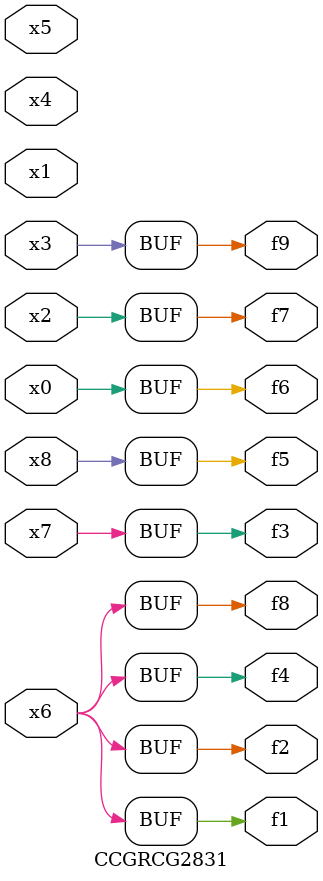
<source format=v>
module CCGRCG2831(
	input x0, x1, x2, x3, x4, x5, x6, x7, x8,
	output f1, f2, f3, f4, f5, f6, f7, f8, f9
);
	assign f1 = x6;
	assign f2 = x6;
	assign f3 = x7;
	assign f4 = x6;
	assign f5 = x8;
	assign f6 = x0;
	assign f7 = x2;
	assign f8 = x6;
	assign f9 = x3;
endmodule

</source>
